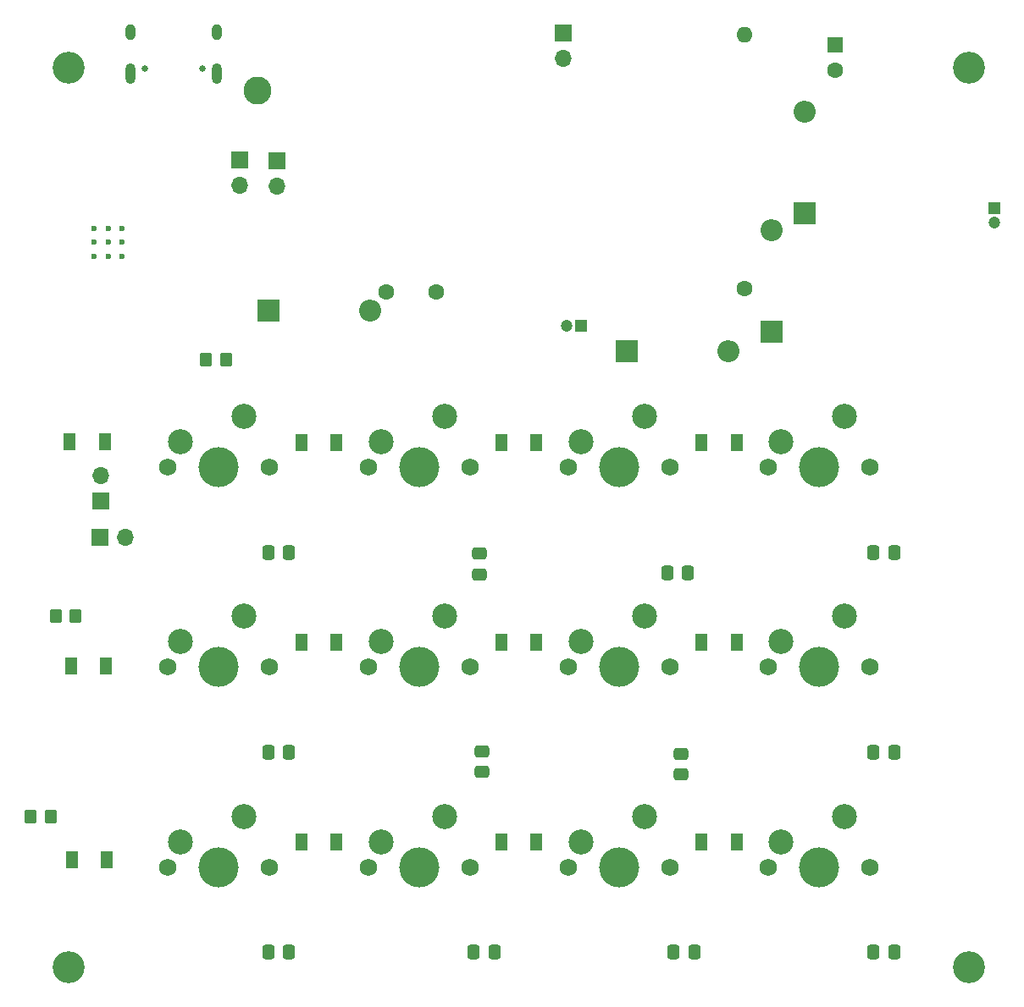
<source format=gbr>
%TF.GenerationSoftware,KiCad,Pcbnew,(6.0.0)*%
%TF.CreationDate,2022-04-21T22:47:23+02:00*%
%TF.ProjectId,keyboard_v1.0,6b657962-6f61-4726-945f-76312e302e6b,rev?*%
%TF.SameCoordinates,Original*%
%TF.FileFunction,Soldermask,Bot*%
%TF.FilePolarity,Negative*%
%FSLAX46Y46*%
G04 Gerber Fmt 4.6, Leading zero omitted, Abs format (unit mm)*
G04 Created by KiCad (PCBNEW (6.0.0)) date 2022-04-21 22:47:23*
%MOMM*%
%LPD*%
G01*
G04 APERTURE LIST*
G04 Aperture macros list*
%AMRoundRect*
0 Rectangle with rounded corners*
0 $1 Rounding radius*
0 $2 $3 $4 $5 $6 $7 $8 $9 X,Y pos of 4 corners*
0 Add a 4 corners polygon primitive as box body*
4,1,4,$2,$3,$4,$5,$6,$7,$8,$9,$2,$3,0*
0 Add four circle primitives for the rounded corners*
1,1,$1+$1,$2,$3*
1,1,$1+$1,$4,$5*
1,1,$1+$1,$6,$7*
1,1,$1+$1,$8,$9*
0 Add four rect primitives between the rounded corners*
20,1,$1+$1,$2,$3,$4,$5,0*
20,1,$1+$1,$4,$5,$6,$7,0*
20,1,$1+$1,$6,$7,$8,$9,0*
20,1,$1+$1,$8,$9,$2,$3,0*%
G04 Aperture macros list end*
%ADD10R,1.700000X1.700000*%
%ADD11O,1.700000X1.700000*%
%ADD12C,4.000000*%
%ADD13C,1.750000*%
%ADD14C,2.500000*%
%ADD15RoundRect,0.250000X-0.337500X-0.475000X0.337500X-0.475000X0.337500X0.475000X-0.337500X0.475000X0*%
%ADD16R,1.300000X1.700000*%
%ADD17RoundRect,0.250000X0.337500X0.475000X-0.337500X0.475000X-0.337500X-0.475000X0.337500X-0.475000X0*%
%ADD18C,0.650000*%
%ADD19O,1.000000X2.100000*%
%ADD20O,1.000000X1.600000*%
%ADD21RoundRect,0.250000X0.475000X-0.337500X0.475000X0.337500X-0.475000X0.337500X-0.475000X-0.337500X0*%
%ADD22C,0.600000*%
%ADD23C,1.600000*%
%ADD24R,1.200000X1.200000*%
%ADD25C,1.200000*%
%ADD26C,3.200000*%
%ADD27O,2.200000X2.200000*%
%ADD28R,2.200000X2.200000*%
%ADD29C,2.800000*%
%ADD30RoundRect,0.250000X-0.350000X-0.450000X0.350000X-0.450000X0.350000X0.450000X-0.350000X0.450000X0*%
%ADD31O,1.600000X1.600000*%
%ADD32R,1.600000X1.600000*%
%ADD33RoundRect,0.250000X-0.475000X0.337500X-0.475000X-0.337500X0.475000X-0.337500X0.475000X0.337500X0*%
G04 APERTURE END LIST*
D10*
%TO.C,SW17*%
X65796000Y-44319000D03*
D11*
X65796000Y-46859000D03*
%TD*%
D10*
%TO.C,SW16*%
X62110000Y-44288000D03*
D11*
X62110000Y-46828000D03*
%TD*%
D10*
%TO.C,SW15*%
X48185000Y-78384000D03*
D11*
X48185000Y-75844000D03*
%TD*%
D10*
%TO.C,SW14*%
X48139000Y-82024000D03*
D11*
X50679000Y-82024000D03*
%TD*%
D12*
%TO.C,SW3*%
X60000000Y-115000000D03*
D13*
X54920000Y-115000000D03*
X65080000Y-115000000D03*
D14*
X56190000Y-112460000D03*
X62540000Y-109920000D03*
%TD*%
D15*
%TO.C,C1*%
X64962500Y-83500000D03*
X67037500Y-83500000D03*
%TD*%
%TO.C,C11*%
X125462500Y-83500000D03*
X127537500Y-83500000D03*
%TD*%
D16*
%TO.C,D11*%
X108250000Y-92500000D03*
X111750000Y-92500000D03*
%TD*%
D15*
%TO.C,C7*%
X104827500Y-85598000D03*
X106902500Y-85598000D03*
%TD*%
D17*
%TO.C,C3*%
X67037500Y-103500000D03*
X64962500Y-103500000D03*
%TD*%
D16*
%TO.C,D2*%
X45239000Y-94886000D03*
X48739000Y-94886000D03*
%TD*%
D18*
%TO.C,P1*%
X58390000Y-35100000D03*
X52610000Y-35100000D03*
D19*
X51180000Y-35630000D03*
D20*
X51180000Y-31450000D03*
X59820000Y-31450000D03*
D19*
X59820000Y-35630000D03*
%TD*%
D16*
%TO.C,D8*%
X88250000Y-92500000D03*
X91750000Y-92500000D03*
%TD*%
D12*
%TO.C,SW1*%
X60000000Y-75000000D03*
D13*
X54920000Y-75000000D03*
X65080000Y-75000000D03*
D14*
X56190000Y-72460000D03*
X62540000Y-69920000D03*
%TD*%
D16*
%TO.C,D7*%
X88250000Y-72500000D03*
X91750000Y-72500000D03*
%TD*%
D12*
%TO.C,SW8*%
X100000000Y-95000000D03*
D13*
X94920000Y-95000000D03*
X105080000Y-95000000D03*
D14*
X96190000Y-92460000D03*
X102540000Y-89920000D03*
%TD*%
D13*
%TO.C,SW6*%
X85080000Y-115000000D03*
X74920000Y-115000000D03*
D12*
X80000000Y-115000000D03*
D14*
X76190000Y-112460000D03*
X82540000Y-109920000D03*
%TD*%
D21*
%TO.C,C10*%
X106212000Y-105730500D03*
X106212000Y-103655500D03*
%TD*%
D22*
%TO.C,ESP32*%
X47560000Y-52500000D03*
X47560000Y-51100000D03*
X48960000Y-51100000D03*
X50360000Y-52500000D03*
X50360000Y-53900000D03*
X50360000Y-51100000D03*
X48960000Y-52500000D03*
X47560000Y-53900000D03*
X48960000Y-53900000D03*
%TD*%
D13*
%TO.C,SW12*%
X125080000Y-115000000D03*
D12*
X120000000Y-115000000D03*
D13*
X114920000Y-115000000D03*
D14*
X116190000Y-112460000D03*
X122540000Y-109920000D03*
%TD*%
D10*
%TO.C,BT1*%
X94420000Y-31543000D03*
D11*
X94420000Y-34083000D03*
%TD*%
D23*
%TO.C,TH1*%
X76735000Y-57485000D03*
X81735000Y-57485000D03*
%TD*%
D24*
%TO.C,C44*%
X137510000Y-49035401D03*
D25*
X137510000Y-50535401D03*
%TD*%
D12*
%TO.C,SW7*%
X100000000Y-75000000D03*
D13*
X94920000Y-75000000D03*
X105080000Y-75000000D03*
D14*
X96190000Y-72460000D03*
X102540000Y-69920000D03*
%TD*%
D26*
%TO.C,M3*%
X135000000Y-125000000D03*
%TD*%
D13*
%TO.C,SW5*%
X85080000Y-95000000D03*
X74920000Y-95000000D03*
D12*
X80000000Y-95000000D03*
D14*
X76190000Y-92460000D03*
X82540000Y-89920000D03*
%TD*%
D27*
%TO.C,D40*%
X115251000Y-51280000D03*
D28*
X115251000Y-61440000D03*
%TD*%
D12*
%TO.C,SW9*%
X100000000Y-115000000D03*
D13*
X94920000Y-115000000D03*
X105080000Y-115000000D03*
D14*
X96190000Y-112460000D03*
X102540000Y-109920000D03*
%TD*%
D28*
%TO.C,D42*%
X118570000Y-49571850D03*
D27*
X118570000Y-39411850D03*
%TD*%
D29*
%TO.C,TP1*%
X63841000Y-37276000D03*
%TD*%
D13*
%TO.C,SW2*%
X54920000Y-95000000D03*
D12*
X60000000Y-95000000D03*
D13*
X65080000Y-95000000D03*
D14*
X56190000Y-92460000D03*
X62540000Y-89920000D03*
%TD*%
D16*
%TO.C,D4*%
X68250000Y-72500000D03*
X71750000Y-72500000D03*
%TD*%
D13*
%TO.C,SW4*%
X85080000Y-75000000D03*
D12*
X80000000Y-75000000D03*
D13*
X74920000Y-75000000D03*
D14*
X76190000Y-72460000D03*
X82540000Y-69920000D03*
%TD*%
D16*
%TO.C,D5*%
X68250000Y-92500000D03*
X71750000Y-92500000D03*
%TD*%
%TO.C,D6*%
X68250000Y-112500000D03*
X71750000Y-112500000D03*
%TD*%
D30*
%TO.C,R1*%
X58721000Y-64261000D03*
X60721000Y-64261000D03*
%TD*%
D15*
%TO.C,C2*%
X64962500Y-123500000D03*
X67037500Y-123500000D03*
%TD*%
%TO.C,C5*%
X85462500Y-123500000D03*
X87537500Y-123500000D03*
%TD*%
D16*
%TO.C,D12*%
X108250000Y-112500000D03*
X111750000Y-112500000D03*
%TD*%
D23*
%TO.C,R13*%
X112560000Y-57105000D03*
D31*
X112560000Y-31705000D03*
%TD*%
D26*
%TO.C,M3*%
X45000000Y-125000000D03*
%TD*%
D17*
%TO.C,C14*%
X127537500Y-103500000D03*
X125462500Y-103500000D03*
%TD*%
D16*
%TO.C,D9*%
X88250000Y-112500000D03*
X91750000Y-112500000D03*
%TD*%
D26*
%TO.C,M3*%
X135000000Y-35000000D03*
%TD*%
D13*
%TO.C,SW10*%
X114920000Y-75000000D03*
X125080000Y-75000000D03*
D12*
X120000000Y-75000000D03*
D14*
X116190000Y-72460000D03*
X122540000Y-69920000D03*
%TD*%
D32*
%TO.C,C40*%
X121605000Y-32745000D03*
D23*
X121605000Y-35245000D03*
%TD*%
D15*
%TO.C,C8*%
X105462500Y-123500000D03*
X107537500Y-123500000D03*
%TD*%
%TO.C,C12*%
X125462500Y-123500000D03*
X127537500Y-123500000D03*
%TD*%
D28*
%TO.C,D43*%
X64960000Y-59353000D03*
D27*
X75120000Y-59353000D03*
%TD*%
D13*
%TO.C,SW11*%
X125080000Y-95000000D03*
X114920000Y-95000000D03*
D12*
X120000000Y-95000000D03*
D14*
X116190000Y-92460000D03*
X122540000Y-89920000D03*
%TD*%
D16*
%TO.C,D3*%
X45300000Y-114279000D03*
X48800000Y-114279000D03*
%TD*%
D33*
%TO.C,C4*%
X86076000Y-83617500D03*
X86076000Y-85692500D03*
%TD*%
D21*
%TO.C,C6*%
X86282000Y-103414500D03*
X86282000Y-105489500D03*
%TD*%
D24*
%TO.C,C49*%
X96245000Y-60801000D03*
D25*
X94745000Y-60801000D03*
%TD*%
D16*
%TO.C,D10*%
X108250000Y-72500000D03*
X111750000Y-72500000D03*
%TD*%
D26*
%TO.C,M3*%
X45000000Y-35000000D03*
%TD*%
D28*
%TO.C,D41*%
X100784000Y-63402000D03*
D27*
X110944000Y-63402000D03*
%TD*%
D16*
%TO.C,D1*%
X45108000Y-72454000D03*
X48608000Y-72454000D03*
%TD*%
D30*
%TO.C,R3*%
X41171000Y-109915000D03*
X43171000Y-109915000D03*
%TD*%
%TO.C,R2*%
X43680000Y-89920000D03*
X45680000Y-89920000D03*
%TD*%
M02*

</source>
